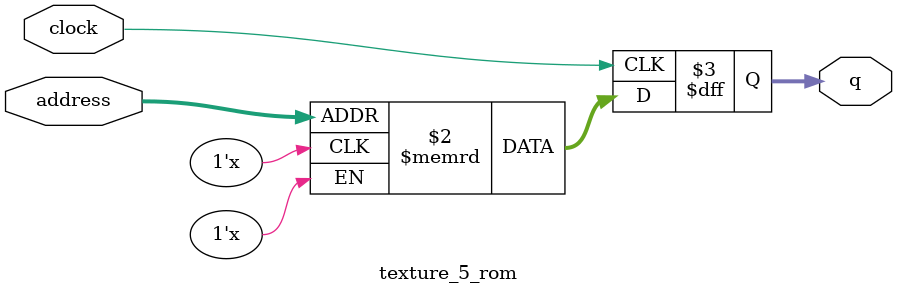
<source format=sv>
module texture_5_rom (
	input logic clock,
	input logic [7:0] address,
	output logic [7:0] q
);

logic [7:0] memory [0:255] /* synthesis ram_init_file = "./texture_5/texture_5.mif" */;

always_ff @ (posedge clock) begin
	q <= memory[address];
end

endmodule

</source>
